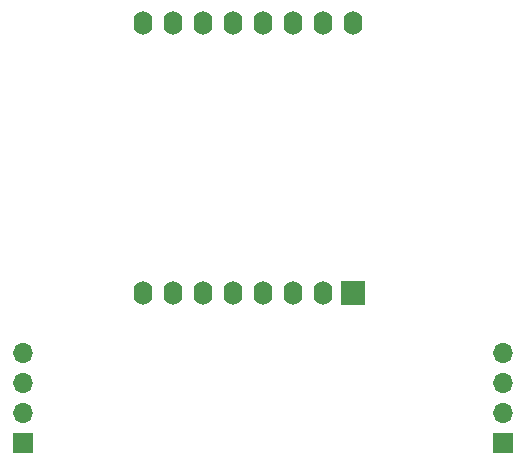
<source format=gbr>
G04 #@! TF.GenerationSoftware,KiCad,Pcbnew,5.1.9+dfsg1-1*
G04 #@! TF.CreationDate,2021-06-07T17:46:29+02:00*
G04 #@! TF.ProjectId,modbus_climate_control,6d6f6462-7573-45f6-936c-696d6174655f,rev?*
G04 #@! TF.SameCoordinates,PXe88b40PYe88b40*
G04 #@! TF.FileFunction,Soldermask,Bot*
G04 #@! TF.FilePolarity,Negative*
%FSLAX46Y46*%
G04 Gerber Fmt 4.6, Leading zero omitted, Abs format (unit mm)*
G04 Created by KiCad (PCBNEW 5.1.9+dfsg1-1) date 2021-06-07 17:46:29*
%MOMM*%
%LPD*%
G01*
G04 APERTURE LIST*
%ADD10O,1.600000X2.000000*%
%ADD11R,2.000000X2.000000*%
%ADD12R,1.700000X1.700000*%
%ADD13O,1.700000X1.700000*%
G04 APERTURE END LIST*
D10*
G04 #@! TO.C,REF\u002A\u002A*
X27940000Y0D03*
X25400000Y0D03*
X22860000Y0D03*
X20320000Y0D03*
X17780000Y0D03*
X15240000Y0D03*
X12700000Y0D03*
X10160000Y0D03*
X10160000Y-22860000D03*
X12700000Y-22860000D03*
X15240000Y-22860000D03*
X17780000Y-22860000D03*
X20320000Y-22860000D03*
X22860000Y-22860000D03*
D11*
X27940000Y-22860000D03*
D10*
X25400000Y-22860000D03*
G04 #@! TD*
D12*
G04 #@! TO.C,REF\u002A\u002A*
X40640000Y-35560000D03*
D13*
X40640000Y-33020000D03*
X40640000Y-30480000D03*
X40640000Y-27940000D03*
G04 #@! TD*
G04 #@! TO.C,REF\u002A\u002A*
X0Y-27940000D03*
X0Y-30480000D03*
X0Y-33020000D03*
D12*
X0Y-35560000D03*
G04 #@! TD*
M02*

</source>
